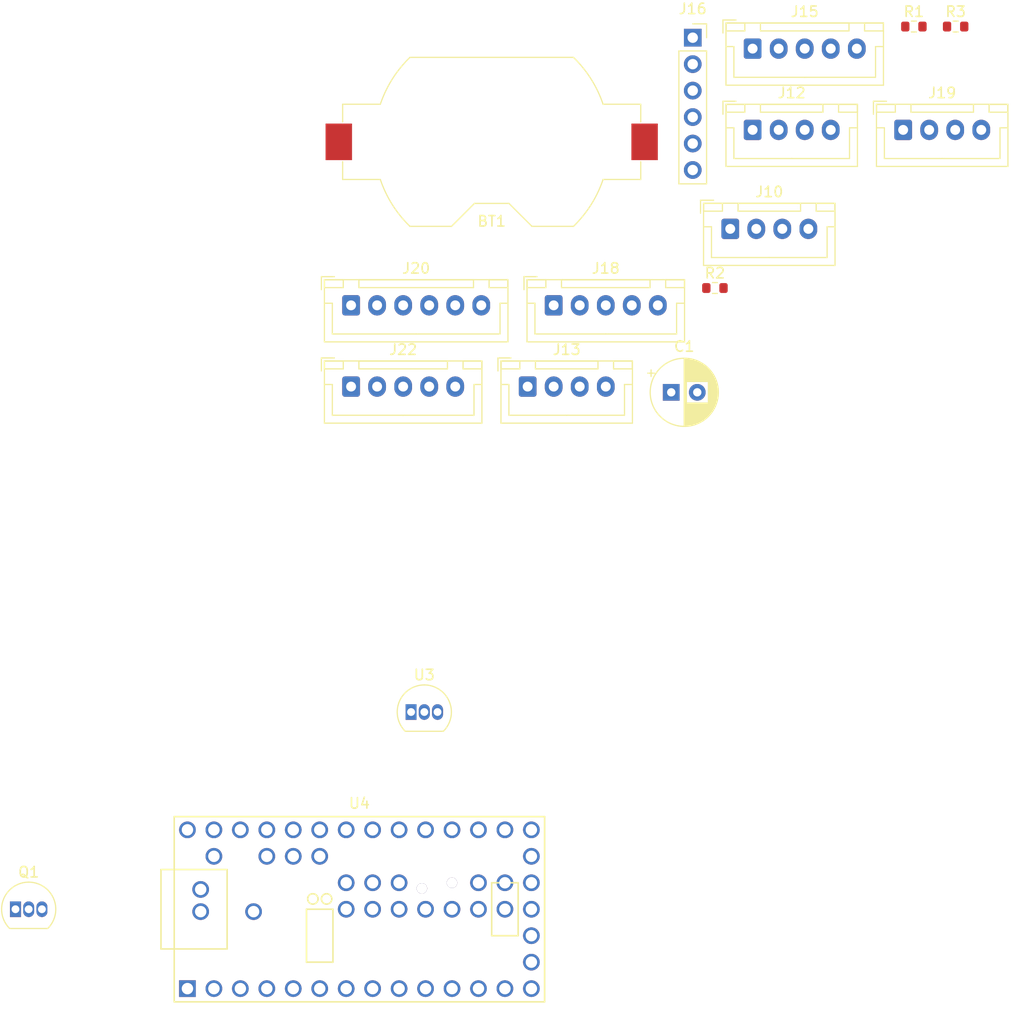
<source format=kicad_pcb>
(kicad_pcb (version 20211014) (generator pcbnew)
  (layers (0 "F.Cu" signal) (31 "B.Cu" signal) (34 "B.Paste" user) (35 "F.Paste" user) (36 "B.SilkS" user "B.Silkscreen") (37 "F.SilkS" user "F.Silkscreen") (38 "B.Mask" user) (39 "F.Mask" user) (44 "Edge.Cuts" user))
  (net 0 "")
  (net 1 "Net-(Q1-Pad1)")
  (net 2 "Net-(Q1-Pad2)")
  (net 3 "GNDD")
  (net 4 "/3V3")
  (net 5 "+5V")
  (net 6 "Net-(U4-Pad17)")
  (net 9 "SCK")
  (net 11 "Net-(U4-Pad15)")
  (net 12 "MISO")
  (net 14 "SD_CS")
  (net 17 "SDA")
  (net 18 "SCL")
  (net 19 "Net-(U4-Pad27)")
  (net 22 "Net-(U4-Pad30)")
  (net 23 "+3V3")
  (net 29 "MOSI")
  (net 30 "Net-(J13-Pad2)")
  (net 31 "Net-(J13-Pad3)")
  (net 32 "Net-(J12-Pad2)")
  (net 33 "Net-(J12-Pad3)")
  (net 35 "Net-(R5-Pad1)")
  (net 36 "Net-(R4-Pad1)")
  (net 37 "Net-(SW2-Pad2)")
  (net 38 "Net-(R1-Pad1)")
  (net 39 "/TX")
  (net 40 "/RX")
  (net 60 "Net-(J15-Pad4)")
  (net 61 "Net-(J15-Pad5)")
  (footprint "Resistor_SMD:R_0603_1608Metric" (layer "F.Cu") (at 138.52 -33.92897)
    (fp_text reference "R3" (at 0 -1.43) (layer "F.SilkS"))
    (fp_text value "4k7")
    (fp_line (start -0.237258 0.5225) (end 0.237258 0.5225) (layer "F.SilkS") (width 0.12))
    (fp_line (start -0.237258 -0.5225) (end 0.237258 -0.5225) (layer "F.SilkS") (width 0.12))
    (pad "1" smd roundrect (at -0.825 0) (size 0.8 0.95) (layers "F.Cu" "F.Paste" "F.Mask") (net 23 "+3V3"))
    (pad "2" smd roundrect (at 0.825 0) (size 0.8 0.95) (layers "F.Cu" "F.Paste" "F.Mask") (net 18 "SCL"))
  )
  (footprint "Connector_JST:JST_XH_B4B-XH-A_1x04_P2.50mm_Vertical" (layer "F.Cu") (at 133.48 -24.00897)
    (fp_text reference "J19" (at 3.75 -3.55) (layer "F.SilkS"))
    (fp_text value "I2C")
    (fp_line (start -0.75 -1.7) (end -0.75 -2.45) (layer "F.SilkS") (width 0.12))
    (fp_line (start 10.05 -2.45) (end 8.25 -2.45) (layer "F.SilkS") (width 0.12))
    (fp_line (start -2.55 -1.7) (end -0.75 -1.7) (layer "F.SilkS") (width 0.12))
    (fp_line (start 0.75 -2.45) (end 0.75 -1.7) (layer "F.SilkS") (width 0.12))
    (fp_line (start 10.05 -0.2) (end 9.3 -0.2) (layer "F.SilkS") (width 0.12))
    (fp_line (start 10.06 3.51) (end 10.06 -2.46) (layer "F.SilkS") (width 0.12))
    (fp_line (start 10.05 -1.7) (end 10.05 -2.45) (layer "F.SilkS") (width 0.12))
    (fp_line (start -2.56 3.51) (end 10.06 3.51) (layer "F.SilkS") (width 0.12))
    (fp_line (start -2.56 -2.46) (end -2.56 3.51) (layer "F.SilkS") (width 0.12))
    (fp_line (start -2.55 -2.45) (end -2.55 -1.7) (layer "F.SilkS") (width 0.12))
    (fp_line (start 10.06 -2.46) (end -2.56 -2.46) (layer "F.SilkS") (width 0.12))
    (fp_line (start 0.75 -1.7) (end 6.75 -1.7) (layer "F.SilkS") (width 0.12))
    (fp_line (start 6.75 -2.45) (end 0.75 -2.45) (layer "F.SilkS") (width 0.12))
    (fp_line (start -0.75 -2.45) (end -2.55 -2.45) (layer "F.SilkS") (width 0.12))
    (fp_line (start 6.75 -1.7) (end 6.75 -2.45) (layer "F.SilkS") (width 0.12))
    (fp_line (start -2.55 -0.2) (end -1.8 -0.2) (layer "F.SilkS") (width 0.12))
    (fp_line (start -2.85 -2.75) (end -2.85 -1.5) (layer "F.SilkS") (width 0.12))
    (fp_line (start -1.8 2.75) (end 3.75 2.75) (layer "F.SilkS") (width 0.12))
    (fp_line (start -1.6 -2.75) (end -2.85 -2.75) (layer "F.SilkS") (width 0.12))
    (fp_line (start 8.25 -1.7) (end 10.05 -1.7) (layer "F.SilkS") (width 0.12))
    (fp_line (start -1.8 -0.2) (end -1.8 2.75) (layer "F.SilkS") (width 0.12))
    (fp_line (start 9.3 2.75) (end 3.75 2.75) (layer "F.SilkS") (width 0.12))
    (fp_line (start 9.3 -0.2) (end 9.3 2.75) (layer "F.SilkS") (width 0.12))
    (fp_line (start 8.25 -2.45) (end 8.25 -1.7) (layer "F.SilkS") (width 0.12))
    (pad "1" thru_hole roundrect (at 0 0) (size 1.7 1.95) (drill 0.95) (layers *.Cu *.Mask) (roundrect_rratio 0.147059) (net 3 "GNDD"))
    (pad "2" thru_hole oval (at 2.5 0) (size 1.7 1.95) (drill 0.95) (layers *.Cu *.Mask) (net 17 "SDA"))
    (pad "3" thru_hole oval (at 5 0) (size 1.7 1.95) (drill 0.95) (layers *.Cu *.Mask) (net 18 "SCL"))
    (pad "4" thru_hole oval (at 7.5 0) (size 1.7 1.95) (drill 0.95) (layers *.Cu *.Mask) (net 23 "+3V3"))
  )
  (footprint "Connector_JST:JST_XH_B4B-XH-A_1x04_P2.50mm_Vertical" (layer "F.Cu") (at 119.03 -24.00897)
    (fp_text reference "J12" (at 3.75 -3.55) (layer "F.SilkS"))
    (fp_text value "Serial3")
    (fp_line (start 10.05 -2.45) (end 8.25 -2.45) (layer "F.SilkS") (width 0.12))
    (fp_line (start 0.75 -2.45) (end 0.75 -1.7) (layer "F.SilkS") (width 0.12))
    (fp_line (start 10.05 -1.7) (end 10.05 -2.45) (layer "F.SilkS") (width 0.12))
    (fp_line (start 10.05 -0.2) (end 9.3 -0.2) (layer "F.SilkS") (width 0.12))
    (fp_line (start 10.06 -2.46) (end -2.56 -2.46) (layer "F.SilkS") (width 0.12))
    (fp_line (start -2.56 -2.46) (end -2.56 3.51) (layer "F.SilkS") (width 0.12))
    (fp_line (start -1.8 2.75) (end 3.75 2.75) (layer "F.SilkS") (width 0.12))
    (fp_line (start -2.55 -2.45) (end -2.55 -1.7) (layer "F.SilkS") (width 0.12))
    (fp_line (start 8.25 -1.7) (end 10.05 -1.7) (layer "F.SilkS") (width 0.12))
    (fp_line (start 6.75 -1.7) (end 6.75 -2.45) (layer "F.SilkS") (width 0.12))
    (fp_line (start 8.25 -2.45) (end 8.25 -1.7) (layer "F.SilkS") (width 0.12))
    (fp_line (start -2.56 3.51) (end 10.06 3.51) (layer "F.SilkS") (width 0.12))
    (fp_line (start -2.55 -1.7) (end -0.75 -1.7) (layer "F.SilkS") (width 0.12))
    (fp_line (start -1.6 -2.75) (end -2.85 -2.75) (layer "F.SilkS") (width 0.12))
    (fp_line (start 6.75 -2.45) (end 0.75 -2.45) (layer "F.SilkS") (width 0.12))
    (fp_line (start 10.06 3.51) (end 10.06 -2.46) (layer "F.SilkS") (width 0.12))
    (fp_line (start -0.75 -1.7) (end -0.75 -2.45) (layer "F.SilkS") (width 0.12))
    (fp_line (start 0.75 -1.7) (end 6.75 -1.7) (layer "F.SilkS") (width 0.12))
    (fp_line (start 9.3 -0.2) (end 9.3 2.75) (layer "F.SilkS") (width 0.12))
    (fp_line (start -0.75 -2.45) (end -2.55 -2.45) (layer "F.SilkS") (width 0.12))
    (fp_line (start -1.8 -0.2) (end -1.8 2.75) (layer "F.SilkS") (width 0.12))
    (fp_line (start -2.85 -2.75) (end -2.85 -1.5) (layer "F.SilkS") (width 0.12))
    (fp_line (start -2.55 -0.2) (end -1.8 -0.2) (layer "F.SilkS") (width 0.12))
    (fp_line (start 9.3 2.75) (end 3.75 2.75) (layer "F.SilkS") (width 0.12))
    (pad "1" thru_hole roundrect (at 0 0) (size 1.7 1.95) (drill 0.95) (layers *.Cu *.Mask) (roundrect_rratio 0.147059) (net 3 "GNDD"))
    (pad "2" thru_hole oval (at 2.5 0) (size 1.7 1.95) (drill 0.95) (layers *.Cu *.Mask) (net 32 "Net-(J12-Pad2)"))
    (pad "3" thru_hole oval (at 5 0) (size 1.7 1.95) (drill 0.95) (layers *.Cu *.Mask) (net 33 "Net-(J12-Pad3)"))
    (pad "4" thru_hole oval (at 7.5 0) (size 1.7 1.95) (drill 0.95) (layers *.Cu *.Mask))
  )
  (footprint "Package_TO_SOT_THT:TO-92_Inline" (layer "F.Cu") (at 48.26 50.8)
    (fp_text reference "Q1" (at 1.27 -3.56) (layer "F.SilkS"))
    (fp_text value "BC337")
    (fp_line (start -0.53 1.85) (end 3.07 1.85) (layer "F.SilkS") (width 0.12))
    (fp_arc (start 1.27 -2.6) (mid 3.672087 -0.994977) (end 3.108478 1.838478) (layer "F.SilkS") (width 0.12))
    (fp_arc (start -0.568478 1.838478) (mid -1.132087 -0.994977) (end 1.27 -2.6) (layer "F.SilkS") (width 0.12))
    (pad "1" thru_hole rect (at 0 0) (size 1.05 1.5) (drill 0.75) (layers *.Cu *.Mask) (net 1 "Net-(Q1-Pad1)"))
    (pad "2" thru_hole oval (at 1.27 0) (size 1.05 1.5) (drill 0.75) (layers *.Cu *.Mask) (net 2 "Net-(Q1-Pad2)"))
    (pad "3" thru_hole oval (at 2.54 0) (size 1.05 1.5) (drill 0.75) (layers *.Cu *.Mask) (net 3 "GNDD"))
  )
  (footprint "Connector_JST:JST_XH_B5B-XH-A_1x05_P2.50mm_Vertical" (layer "F.Cu") (at 99.93 -7.16897)
    (fp_text reference "J18" (at 5 -3.55) (layer "F.SilkS"))
    (fp_text value "Power")
    (fp_line (start 12.55 -1.7) (end 12.55 -2.45) (layer "F.SilkS") (width 0.12))
    (fp_line (start 12.56 3.51) (end 12.56 -2.46) (layer "F.SilkS") (width 0.12))
    (fp_line (start -0.75 -2.45) (end -2.55 -2.45) (layer "F.SilkS") (width 0.12))
    (fp_line (start -2.56 -2.46) (end -2.56 3.51) (layer "F.SilkS") (width 0.12))
    (fp_line (start 11.8 2.75) (end 5 2.75) (layer "F.SilkS") (width 0.12))
    (fp_line (start -0.75 -1.7) (end -0.75 -2.45) (layer "F.SilkS") (width 0.12))
    (fp_line (start -1.6 -2.75) (end -2.85 -2.75) (layer "F.SilkS") (width 0.12))
    (fp_line (start -1.8 -0.2) (end -1.8 2.75) (layer "F.SilkS") (width 0.12))
    (fp_line (start -2.56 3.51) (end 12.56 3.51) (layer "F.SilkS") (width 0.12))
    (fp_line (start 12.55 -2.45) (end 10.75 -2.45) (layer "F.SilkS") (width 0.12))
    (fp_line (start 10.75 -2.45) (end 10.75 -1.7) (layer "F.SilkS") (width 0.12))
    (fp_line (start -2.55 -2.45) (end -2.55 -1.7) (layer "F.SilkS") (width 0.12))
    (fp_line (start 10.75 -1.7) (end 12.55 -1.7) (layer "F.SilkS") (width 0.12))
    (fp_line (start -2.85 -2.75) (end -2.85 -1.5) (layer "F.SilkS") (width 0.12))
    (fp_line (start 0.75 -1.7) (end 9.25 -1.7) (layer "F.SilkS") (width 0.12))
    (fp_line (start 12.56 -2.46) (end -2.56 -2.46) (layer "F.SilkS") (width 0.12))
    (fp_line (start 0.75 -2.45) (end 0.75 -1.7) (layer "F.SilkS") (width 0.12))
    (fp_line (start 11.8 -0.2) (end 11.8 2.75) (layer "F.SilkS") (width 0.12))
    (fp_line (start 12.55 -0.2) (end 11.8 -0.2) (layer "F.SilkS") (width 0.12))
    (fp_line (start -1.8 2.75) (end 5 2.75) (layer "F.SilkS") (width 0.12))
    (fp_line (start -2.55 -1.7) (end -0.75 -1.7) (layer "F.SilkS") (width 0.12))
    (fp_line (start -2.55 -0.2) (end -1.8 -0.2) (layer "F.SilkS") (width 0.12))
    (fp_line (start 9.25 -1.7) (end 9.25 -2.45) (layer "F.SilkS") (width 0.12))
    (fp_line (start 9.25 -2.45) (end 0.75 -2.45) (layer "F.SilkS") (width 0.12))
    (pad "1" thru_hole roundrect (at 0 0) (size 1.7 1.95) (drill 0.95) (layers *.Cu *.Mask) (roundrect_rratio 0.147059) (net 3 "GNDD"))
    (pad "2" thru_hole oval (at 2.5 0) (size 1.7 1.95) (drill 0.95) (layers *.Cu *.Mask) (net 5 "+5V"))
    (pad "3" thru_hole oval (at 5 0) (size 1.7 1.95) (drill 0.95) (layers *.Cu *.Mask) (net 19 "Net-(U4-Pad27)"))
    (pad "4" thru_hole oval (at 7.5 0) (size 1.7 1.95) (drill 0.95) (layers *.Cu *.Mask) (net 61 "Net-(J15-Pad5)"))
    (pad "5" thru_hole oval (at 10 0) (size 1.7 1.95) (drill 0.95) (layers *.Cu *.Mask) (net 60 "Net-(J15-Pad4)"))
  )
  (footprint "Resistor_SMD:R_0603_1608Metric" (layer "F.Cu") (at 115.41 -8.82897)
    (fp_text reference "R2" (at 0 -1.43) (layer "F.SilkS"))
    (fp_text value "4k7")
    (fp_line (start -0.237258 -0.5225) (end 0.237258 -0.5225) (layer "F.SilkS") (width 0.12))
    (fp_line (start -0.237258 0.5225) (end 0.237258 0.5225) (layer "F.SilkS") (width 0.12))
    (pad "1" smd roundrect (at -0.825 0) (size 0.8 0.95) (layers "F.Cu" "F.Paste" "F.Mask") (net 23 "+3V3"))
    (pad "2" smd roundrect (at 0.825 0) (size 0.8 0.95) (layers "F.Cu" "F.Paste" "F.Mask") (net 17 "SDA"))
  )
  (footprint "Connector_JST:JST_XH_B4B-XH-A_1x04_P2.50mm_Vertical" (layer "F.Cu") (at 97.43 0.63103)
    (fp_text reference "J13" (at 3.75 -3.55) (layer "F.SilkS"))
    (fp_text value "Serial2")
    (fp_line (start -0.75 -1.7) (end -0.75 -2.45) (layer "F.SilkS") (width 0.12))
    (fp_line (start -2.55 -1.7) (end -0.75 -1.7) (layer "F.SilkS") (width 0.12))
    (fp_line (start 8.25 -2.45) (end 8.25 -1.7) (layer "F.SilkS") (width 0.12))
    (fp_line (start -2.85 -2.75) (end -2.85 -1.5) (layer "F.SilkS") (width 0.12))
    (fp_line (start -1.6 -2.75) (end -2.85 -2.75) (layer "F.SilkS") (width 0.12))
    (fp_line (start 10.06 -2.46) (end -2.56 -2.46) (layer "F.SilkS") (width 0.12))
    (fp_line (start 0.75 -1.7) (end 6.75 -1.7) (layer "F.SilkS") (width 0.12))
    (fp_line (start -2.55 -2.45) (end -2.55 -1.7) (layer "F.SilkS") (width 0.12))
    (fp_line (start -2.56 -2.46) (end -2.56 3.51) (layer "F.SilkS") (width 0.12))
    (fp_line (start 10.05 -2.45) (end 8.25 -2.45) (layer "F.SilkS") (width 0.12))
    (fp_line (start 10.05 -0.2) (end 9.3 -0.2) (layer "F.SilkS") (width 0.12))
    (fp_line (start 8.25 -1.7) (end 10.05 -1.7) (layer "F.SilkS") (width 0.12))
    (fp_line (start 6.75 -2.45) (end 0.75 -2.45) (layer "F.SilkS") (width 0.12))
    (fp_line (start 10.05 -1.7) (end 10.05 -2.45) (layer "F.SilkS") (width 0.12))
    (fp_line (start -0.75 -2.45) (end -2.55 -2.45) (layer "F.SilkS") (width 0.12))
    (fp_line (start 9.3 -0.2) (end 9.3 2.75) (layer "F.SilkS") (width 0.12))
    (fp_line (start 0.75 -2.45) (end 0.75 -1.7) (layer "F.SilkS") (width 0.12))
    (fp_line (start -1.8 -0.2) (end -1.8 2.75) (layer "F.SilkS") (width 0.12))
    (fp_line (start 9.3 2.75) (end 3.75 2.75) (layer "F.SilkS") (width 0.12))
    (fp_line (start -2.55 -0.2) (end -1.8 -0.2) (layer "F.SilkS") (width 0.12))
    (fp_line (start 6.75 -1.7) (end 6.75 -2.45) (layer "F.SilkS") (width 0.12))
    (fp_line (start -2.56 3.51) (end 10.06 3.51) (layer "F.SilkS") (width 0.12))
    (fp_line (start -1.8 2.75) (end 3.75 2.75) (layer "F.SilkS") (width 0.12))
    (fp_line (start 10.06 3.51) (end 10.06 -2.46) (layer "F.SilkS") (width 0.12))
    (pad "1" thru_hole roundrect (at 0 0) (size 1.7 1.95) (drill 0.95) (layers *.Cu *.Mask) (roundrect_rratio 0.147059) (net 3 "GNDD"))
    (pad "2" thru_hole oval (at 2.5 0) (size 1.7 1.95) (drill 0.95) (layers *.Cu *.Mask) (net 30 "Net-(J13-Pad2)"))
    (pad "3" thru_hole oval (at 5 0) (size 1.7 1.95) (drill 0.95) (layers *.Cu *.Mask) (net 31 "Net-(J13-Pad3)"))
    (pad "4" thru_hole oval (at 7.5 0) (size 1.7 1.95) (drill 0.95) (layers *.Cu *.Mask))
  )
  (footprint "Connector_JST:JST_XH_B5B-XH-A_1x05_P2.50mm_Vertical" (layer "F.Cu") (at 119.03 -31.80897)
    (fp_text reference "J15" (at 5 -3.55) (layer "F.SilkS"))
    (fp_text value "Startbutton")
    (fp_line (start 12.55 -0.2) (end 11.8 -0.2) (layer "F.SilkS") (width 0.12))
    (fp_line (start -0.75 -1.7) (end -0.75 -2.45) (layer "F.SilkS") (width 0.12))
    (fp_line (start 9.25 -2.45) (end 0.75 -2.45) (layer "F.SilkS") (width 0.12))
    (fp_line (start -2.55 -1.7) (end -0.75 -1.7) (layer "F.SilkS") (width 0.12))
    (fp_line (start 11.8 2.75) (end 5 2.75) (layer "F.SilkS") (width 0.12))
    (fp_line (start 9.25 -1.7) (end 9.25 -2.45) (layer "F.SilkS") (width 0.12))
    (fp_line (start 12.55 -1.7) (end 12.55 -2.45) (layer "F.SilkS") (width 0.12))
    (fp_line (start -1.8 -0.2) (end -1.8 2.75) (layer "F.SilkS") (width 0.12))
    (fp_line (start -2.56 -2.46) (end -2.56 3.51) (layer "F.SilkS") (width 0.12))
    (fp_line (start -2.56 3.51) (end 12.56 3.51) (layer "F.SilkS") (width 0.12))
    (fp_line (start 12.56 -2.46) (end -2.56 -2.46) (layer "F.SilkS") (width 0.12))
    (fp_line (start -1.6 -2.75) (end -2.85 -2.75) (layer "F.SilkS") (width 0.12))
    (fp_line (start 0.75 -2.45) (end 0.75 -1.7) (layer "F.SilkS") (width 0.12))
    (fp_line (start -1.8 2.75) (end 5 2.75) (layer "F.SilkS") (width 0.12))
    (fp_line (start -2.85 -2.75) (end -2.85 -1.5) (layer "F.SilkS") (width 0.12))
    (fp_line (start -2.55 -0.2) (end -1.8 -0.2) (layer "F.SilkS") (width 0.12))
    (fp_line (start 10.75 -2.45) (end 10.75 -1.7) (layer "F.SilkS") (width 0.12))
    (fp_line (start 0.75 -1.7) (end 9.25 -1.7) (layer "F.SilkS") (width 0.12))
    (fp_line (start 11.8 -0.2) (end 11.8 2.75) (layer "F.SilkS") (width 0.12))
    (fp_line (start -2.55 -2.45) (end -2.55 -1.7) (layer "F.SilkS") (width 0.12))
    (fp_line (start 12.55 -2.45) (end 10.75 -2.45) (layer "F.SilkS") (width 0.12))
    (fp_line (start -0.75 -2.45) (end -2.55 -2.45) (layer "F.SilkS") (width 0.12))
    (fp_line (start 12.56 3.51) (end 12.56 -2.46) (layer "F.SilkS") (width 0.12))
    (fp_line (start 10.75 -1.7) (end 12.55 -1.7) (layer "F.SilkS") (width 0.12))
    (pad "1" thru_hole roundrect (at 0 0) (size 1.7 1.95) (drill 0.95) (layers *.Cu *.Mask) (roundrect_rratio 0.147059) (net 1 "Net-(Q1-Pad1)"))
    (pad "2" thru_hole oval (at 2.5 0) (size 1.7 1.95) (drill 0.95) (layers *.Cu *.Mask) (net 5 "+5V"))
    (pad "3" thru_hole oval (at 5 0) (size 1.7 1.95) (drill 0.95) (layers *.Cu *.Mask) (net 22 "Net-(U4-Pad30)"))
    (pad "4" thru_hole oval (at 7.5 0) (size 1.7 1.95) (drill 0.95) (layers *.Cu *.Mask) (net 60 "Net-(J15-Pad4)"))
    (pad "5" thru_hole oval (at 10 0) (size 1.7 1.95) (drill 0.95) (layers *.Cu *.Mask) (net 61 "Net-(J15-Pad5)"))
  )
  (footprint "Connector_JST:JST_XH_B4B-XH-A_1x04_P2.50mm_Vertical" (layer "F.Cu") (at 116.88 -14.50897)
    (fp_text reference "J10" (at 3.75 -3.55) (layer "F.SilkS"))
    (fp_text value "Steering Wheel I2C")
    (fp_line (start -0.75 -1.7) (end -0.75 -2.45) (layer "F.SilkS") (width 0.12))
    (fp_line (start 10.05 -0.2) (end 9.3 -0.2) (layer "F.SilkS") (width 0.12))
    (fp_line (start -0.75 -2.45) (end -2.55 -2.45) (layer "F.SilkS") (width 0.12))
    (fp_line (start 0.75 -2.45) (end 0.75 -1.7) (layer "F.SilkS") (width 0.12))
    (fp_line (start 10.06 3.51) (end 10.06 -2.46) (layer "F.SilkS") (width 0.12))
    (fp_line (start 8.25 -1.7) (end 10.05 -1.7) (layer "F.SilkS") (width 0.12))
    (fp_line (start -2.55 -0.2) (end -1.8 -0.2) (layer "F.SilkS") (width 0.12))
    (fp_line (start -2.56 -2.46) (end -2.56 3.51) (layer "F.SilkS") (width 0.12))
    (fp_line (start -2.56 3.51) (end 10.06 3.51) (layer "F.SilkS") (width 0.12))
    (fp_line (start 6.75 -1.7) (end 6.75 -2.45) (layer "F.SilkS") (width 0.12))
    (fp_line (start 10.05 -2.45) (end 8.25 -2.45) (layer "F.SilkS") (width 0.12))
    (fp_line (start 10.06 -2.46) (end -2.56 -2.46) (layer "F.SilkS") (width 0.12))
    (fp_line (start -2.55 -1.7) (end -0.75 -1.7) (layer "F.SilkS") (width 0.12))
    (fp_line (start 9.3 2.75) (end 3.75 2.75) (layer "F.SilkS") (width 0.12))
    (fp_line (start -1.8 -0.2) (end -1.8 2.75) (layer "F.SilkS") (width 0.12))
    (fp_line (start -2.55 -2.45) (end -2.55 -1.7) (layer "F.SilkS") (width 0.12))
    (fp_line (start 10.05 -1.7) (end 10.05 -2.45) (layer "F.SilkS") (width 0.12))
    (fp_line (start 6.75 -2.45) (end 0.75 -2.45) (layer "F.SilkS") (width 0.12))
    (fp_line (start -2.85 -2.75) (end -2.85 -1.5) (layer "F.SilkS") (width 0.12))
    (fp_line (start 9.3 -0.2) (end 9.3 2.75) (layer "F.SilkS") (width 0.12))
    (fp_line (start -1.6 -2.75) (end -2.85 -2.75) (layer "F.SilkS") (width 0.12))
    (fp_line (start -1.8 2.75) (end 3.75 2.75) (layer "F.SilkS") (width 0.12))
    (fp_line (start 8.25 -2.45) (end 8.25 -1.7) (layer "F.SilkS") (width 0.12))
    (fp_line (start 0.75 -1.7) (end 6.75 -1.7) (layer "F.SilkS") (width 0.12))
    (pad "1" thru_hole roundrect (at 0 0) (size 1.7 1.95) (drill 0.95) (layers *.Cu *.Mask) (roundrect_rratio 0.147059) (net 3 "GNDD"))
    (pad "2" thru_hole oval (at 2.5 0) (size 1.7 1.95) (drill 0.95) (layers *.Cu *.Mask) (net 17 "SDA"))
    (pad "3" thru_hole oval (at 5 0) (size 1.7 1.95) (drill 0.95) (layers *.Cu *.Mask) (net 18 "SCL"))
    (pad "4" thru_hole oval (at 7.5 0) (size 1.7 1.95) (drill 0.95) (layers *.Cu *.Mask) (net 23 "+3V3"))
  )
  (footprint "Battery:BatteryHolder_Keystone_1058_1x2032" (layer "F.Cu") (at 93.98 -22.86)
    (fp_text reference "BT1" (at 0 7.62) (layer "F.SilkS"))
    (fp_text value "3V")
    (fp_line (start -10.692 3.61) (end -14.31 3.61) (layer "F.SilkS") (width 0.12))
    (fp_line (start -14.31 1.9) (end -14.31 3.61) (layer "F.SilkS") (width 0.12))
    (fp_line (start -7.8473 -8.11) (end 7.8473 -8.11) (layer "F.SilkS") (width 0.12))
    (fp_line (start -1.66 5.91) (end -3.86 8.11) (layer "F.SilkS") (width 0.12))
    (fp_line (start 14.31 -1.9) (end 14.31 -3.61) (layer "F.SilkS") (width 0.12))
    (fp_line (start -3.86 8.11) (end -7.8473 8.11) (layer "F.SilkS") (width 0.12))
    (fp_line (start 7.8473 8.11) (end 3.86 8.11) (layer "F.SilkS") (width 0.12))
    (fp_line (start 14.31 1.9) (end 14.31 3.61) (layer "F.SilkS") (width 0.12))
    (fp_line (start 1.66 5.91) (end -1.66 5.91) (layer "F.SilkS") (width 0.12))
    (fp_line (start 10.692 -3.61) (end 14.31 -3.61) (layer "F.SilkS") (width 0.12))
    (fp_line (start 14.31 3.61) (end 10.692 3.61) (layer "F.SilkS") (width 0.12))
    (fp_line (start -14.31 -1.9) (end -14.31 -3.61) (layer "F.SilkS") (width 0.12))
    (fp_line (start 1.66 5.91) (end 3.86 8.11) (layer "F.SilkS") (width 0.12))
    (fp_line (start -14.31 -3.61) (end -10.692 -3.61) (layer "F.SilkS") (width 0.12))
    (fp_arc (start -10.692 -3.61) (mid -9.538084 -6.031244) (end -7.845371 -8.111789) (layer "F.SilkS") (width 0.12))
    (fp_arc (start -7.845371 8.111789) (mid -9.538085 6.031244) (end -10.692 3.61) (layer "F.SilkS") (width 0.12))
    (fp_arc (start 7.845371 -8.111789) (mid 9.538085 -6.031244) (end 10.692 -3.61) (layer "F.SilkS") (width 0.12))
    (fp_arc (start 10.692 3.61) (mid 9.538084 6.031244) (end 7.845371 8.111789) (layer "F.SilkS") (width 0.12))
    (pad "1" smd rect (at -14.68 0) (size 2.54 3.51) (layers "F.Cu" "F.Paste" "F.Mask") (net 11 "Net-(U4-Pad15)"))
    (pad "2" smd rect (at 14.68 0) (size 2.54 3.51) (layers "F.Cu" "F.Paste" "F.Mask") (net 6 "Net-(U4-Pad17)"))
  )
  (footprint "teensy:Teensy30_31_32_All_Pins" (layer "F.Cu") (at 81.28 50.8)
    (fp_text reference "U4" (at 0 -10.16) (layer "F.SilkS"))
    (fp_text value "Teensy3.2")
    (fp_line (start 12.7 2.54) (end 12.7 -2.54) (layer "F.SilkS") (width 0.15))
    (fp_line (start -5.08 5.08) (end -5.08 0) (layer "F.SilkS") (width 0.15))
    (fp_line (start -12.7 3.81) (end -12.7 -3.81) (layer "F.SilkS") (width 0.15))
    (fp_line (start -19.05 -3.81) (end -17.78 -3.81) (layer "F.SilkS") (width 0.15))
    (fp_line (start -19.05 3.81) (end -19.05 -3.81) (layer "F.SilkS") (width 0.15))
    (fp_line (start -17.78 3.81) (end -19.05 3.81) (layer "F.SilkS") (width 0.15))
    (fp_line (start -5.08 0) (end -2.54 0) (layer "F.SilkS") (width 0.15))
    (fp_line (start -12.7 -3.81) (end -17.78 -3.81) (layer "F.SilkS") (width 0.15))
    (fp_line (start -17.78 -8.89) (end 17.78 -8.89) (layer "F.SilkS") (width 0.15))
    (fp_line (start -17.78 8.89) (end -17.78 -8.89) (layer "F.SilkS") (width 0.15))
    (fp_line (start -2.54 5.08) (end -5.08 5.08) (layer "F.SilkS") (width 0.15))
    (fp_line (start 15.24 2.54) (end 12.7 2.54) (layer "F.SilkS") (width 0.15))
    (fp_line (start -12.7 3.81) (end -17.78 3.81) (layer "F.SilkS") (width 0.15))
    (fp_line (start 12.7 -2.54) (end 15.24 -2.54) (layer "F.SilkS") (width 0.15))
    (fp_line (start 17.78 -8.89) (end 17.78 8.89) (layer "F.SilkS") (width 0.15))
    (fp_line (start -2.54 0) (end -2.54 5.08) (layer "F.SilkS") (width 0.15))
    (fp_line (start 17.78 8.89) (end -17.78 8.89) (layer "F.SilkS") (width 0.15))
    (fp_line (start 15.24 -2.54) (end 15.24 2.54) (layer "F.SilkS") (width 0.15))
    (fp_circle (center -3.15 -0.99) (end -2.65 -0.99) (layer "F.SilkS") (width 0.15) (fill none))
    (fp_circle (center -4.47 -0.99) (end -3.97 -0.99) (layer "F.SilkS") (width 0.15) (fill none))
    (pad "1" thru_hole rect locked (at -16.51 7.62) (size 1.6 1.6) (drill 1.1) (layers *.Cu *.Mask) (net 3 "GNDD"))
    (pad "2" thru_hole circle locked (at -13.97 7.62) (size 1.6 1.6) (drill 1.1) (layers *.Cu *.Mask) (net 40 "/RX"))
    (pad "3" thru_hole circle locked (at -11.43 7.62) (size 1.6 1.6) (drill 1.1) (layers *.Cu *.Mask) (net 39 "/TX"))
    (pad "4" thru_hole circle locked (at -8.89 7.62) (size 1.6 1.6) (drill 1.1) (layers *.Cu *.Mask) (net 38 "Net-(R1-Pad1)"))
    (pad "5" thru_hole circle locked (at -6.35 7.62) (size 1.6 1.6) (drill 1.1) (layers *.Cu *.Mask) (net 37 "Net-(SW2-Pad2)"))
    (pad "6" thru_hole circle locked (at -3.81 7.62) (size 1.6 1.6) (drill 1.1) (layers *.Cu *.Mask) (net 36 "Net-(R4-Pad1)"))
    (pad "7" thru_hole circle locked (at -1.27 7.62) (size 1.6 1.6) (drill 1.1) (layers *.Cu *.Mask) (net 35 "Net-(R5-Pad1)"))
    (pad "8" thru_hole circle locked (at 1.27 7.62) (size 1.6 1.6) (drill 1.1) (layers *.Cu *.Mask))
    (pad "9" thru_hole circle locked (at 3.81 7.62) (size 1.6 1.6) (drill 1.1) (layers *.Cu *.Mask) (net 33 "Net-(J12-Pad3)"))
    (pad "10" thru_hole circle locked (at 6.35 7.62) (size 1.6 1.6) (drill 1.1) (layers *.Cu *.Mask) (net 32 "Net-(J12-Pad2)"))
    (pad "11" thru_hole circle locked (at 8.89 7.62) (size 1.6 1.6) (drill 1.1) (layers *.Cu *.Mask) (net 31 "Net-(J13-Pad3)"))
    (pad "12" thru_hole circle locked (at 11.43 7.62) (size 1.6 1.6) (drill 1.1) (layers *.Cu *.Mask) (net 30 "Net-(J13-Pad2)"))
    (pad "13" thru_hole circle locked (at 13.97 7.62) (size 1.6 1.6) (drill 1.1) (layers *.Cu *.Mask) (net 29 "MOSI"))
    (pad "14" thru_hole circle locked (at 16.51 7.62) (size 1.6 1.6) (drill 1.1) (layers *.Cu *.Mask) (net 12 "MISO"))
    (pad "15" thru_hole circle locked (at 16.51 5.08) (size 1.6 1.6) (drill 1.1) (layers *.Cu *.Mask) (net 11 "Net-(U4-Pad15)"))
    (pad "16" thru_hole circle locked (at 16.51 2.54) (size 1.6 1.6) (drill 1.1) (layers *.Cu *.Mask))
    (pad "17" thru_hole circle locked (at 16.51 0) (size 1.6 1.6) (drill 1.1) (layers *.Cu *.Mask) (net 6 "Net-(U4-Pad17)"))
    (pad "18" thru_hole circle locked (at 16.51 -2.54) (size 1.6 1.6) (drill 1.1) (layers *.Cu *.Mask))
    (pad "19" thru_hole circle locked (at 16.51 -5.08) (size 1.6 1.6) (drill 1.1) (layers *.Cu *.Mask))
    (pad "20" thru_hole circle locked (at 16.51 -7.62) (size 1.6 1.6) (drill 1.1) (layers *.Cu *.Mask) (net 9 "SCK"))
    (pad "21" thru_hole circle locked (at 13.97 -7.62) (size 1.6 1.6) (drill 1.1) (layers *.Cu *.Mask))
    (pad "22" thru_hole circle locked (at 11.43 -7.62) (size 1.6 1.6) (drill 1.1) (layers *.Cu *.Mask) (net 14 "SD_CS"))
    (pad "23" thru_hole circle locked (at 8.89 -7.62) (size 1.6 1.6) (drill 1.1) (layers *.Cu *.Mask))
    (pad "24" thru_hole circle locked (at 6.35 -7.62) (size 1.6 1.6) (drill 1.1) (layers *.Cu *.Mask))
    (pad "25" thru_hole circle locked (at 3.81 -7.62) (size 1.6 1.6) (drill 1.1) (layers *.Cu *.Mask) (net 17 "SDA"))
    (pad "26" thru_hole circle locked (at 1.27 -7.62) (size 1.6 1.6) (drill 1.1) (layers *.Cu *.Mask) (net 18 "SCL"))
    (pad "27" thru_hole circle locked (at -1.27 -7.62) (size 1.6 1.6) (drill 1.1) (layers *.Cu *.Mask) (net 19 "Net-(U4-Pad27)"))
    (pad "28" thru_hole circle locked (at -3.81 -7.62) (size 1.6 1.6) (drill 1.1) (layers *.Cu *.Mask))
    (pad "29" thru_hole circle locked (at -6.35 -7.62) (size 1.6 1.6) (drill 1.1) (layers *.Cu *.Mask))
    (pad "30" thru_hole circle locked (at -8.89 -7.62) (size 1.6 1.6) (drill 1.1) (layers *.Cu *.Mask) (net 22 "Net-(U4-Pad30)"))
    (pad "31" thru_hole circle locked (at -11.43 -7.62) (size 1.6 1.6) (drill 1.1) (layers *.Cu *.Mask) (net 23 "+3V3"))
    (pad "32" thru_hole circle locked (at -13.97 -7.62) (size 1.6 1.6) (drill 1.1) (layers *.Cu *.Mask))
    (pad "33" thru_hole circle locked (at -16.51 -7.62) (size 1.6 1.6) (drill 1.1) (layers *.Cu *.Mask) (net 5 "+5V"))
    (pad "34" thru_hole circle locked (at -13.97 -5.08) (size 1.6 1.6) (drill 1.1) (layers *.Cu *.Mask))
    (pad "35" thru_hole circle locked (at -8.89 -5.08) (size 1.6 1.6) (drill 1.1) (layers *.Cu *.Mask))
    (pad "36" thru_hole circle locked (at -6.35 -5.08) (size 1.6 1.6) (drill 1.1) (layers *.Cu *.Mask))
    (pad "37" thru_hole circle locked (at -3.81 -5.08) (size 1.6 1.6) (drill 1.1) (layers *.Cu *.Mask))
    (pad "38" thru_hole circle locked (at -10.16 0.23) (size 1.6 1.6) (drill 1.1) (layers *.Cu *.Mask))
    (pad "39" thru_hole circle locked (at -15.24 0.23) (size 1.6 1.6) (drill 1.1) (layers *.Cu *.Mask))
    (pad "40" thru_hole circle locked (at -15.24 -1.9) (size 1.6 1.6) (drill 1.1) (layers *.Cu *.Mask))
    (pad "41" thru_hole circle locked (at -1.27 -2.54) (size 1.6 1.6) (drill 1.1) (layers *.Cu *.Mask))
    (pad "42" thru_hole circle locked (at 1.27 -2.54) (size 1.6 1.6) (drill 1.1) (layers *.Cu *.Mask))
    (pad "43" thru_hole circle locked (at 3.81 -2.54) (size 1.6 1.6) (drill 1.1) (layers *.Cu *.Mask))
    (pad "44" thru_hole circle locked (at 6 -2 90) (size 1 1) (drill 1) (layers *.Cu *.Mask))
    (pad "45" thru_hole circle locked (at 8.89 -2.54) (size 1 1) (drill 1) (layers *.Cu *.Mask))
    (pad "46" thru_hole circle locked (at 11.43 -2.54) (size 1.6 1.6) (drill 1.1) (layers *.Cu *.Mask))
    (pad "47" thru_hole circle locked (at 13.97 -2.54) (size 1.6 1.6) (drill 1.1) (layers *.Cu *.Mask))
    (pad "48" thru_hole circle locked (at 13.97 0) (size 1.6 1.6) (drill 1.1) (layers *.Cu *.Mask))
    (pad "49" thru_hole circle locked (at 11.43 0) (size 1.6 1.6) (drill 1.1) (layers *.Cu *.Mask))
    (pad "50" thru_hole circle locked (at 8.89 0) (size 1.6 1.6) (drill 1.1) (layers *.Cu *.Mask))
    (pad "51" thru_hole circle locked (at 6.35 0) (size 1.6 1.6) (drill 1.1) (layers *.Cu *.Mask))
    (pad "52" thru_hole circle locked (at 3.81 0) (size 1.6 1.6) (drill 1.1) (layers *.Cu *.Mask))
    (pad "53" thru_hole circle locked (at 1.27 0) (size 1.6 1.6) (drill 1.1) (layers *.Cu *.Mask))
    (pad "54" thru_hole circle locked (at -1.27 0) (size 1.6 1.6) (drill 1.1) (layers *.Cu *.Mask))
  )
  (footprint "Connector_JST:JST_XH_B5B-XH-A_1x05_P2.50mm_Vertical" (layer "F.Cu") (at 80.48 0.63103)
    (fp_text reference "J22" (at 5 -3.55) (layer "F.SilkS"))
    (fp_text value "Modebutton")
    (fp_line (start 12.55 -0.2) (end 11.8 -0.2) (layer "F.SilkS") (width 0.12))
    (fp_line (start 9.25 -1.7) (end 9.25 -2.45) (layer "F.SilkS") (width 0.12))
    (fp_line (start -2.55 -0.2) (end -1.8 -0.2) (layer "F.SilkS") (width 0.12))
    (fp_line (start 11.8 -0.2) (end 11.8 2.75) (layer "F.SilkS") (width 0.12))
    (fp_line (start 10.75 -2.45) (end 10.75 -1.7) (layer "F.SilkS") (width 0.12))
    (fp_line (start -0.75 -1.7) (end -0.75 -2.45) (layer "F.SilkS") (width 0.12))
    (fp_line (start -2.85 -2.75) (end -2.85 -1.5) (layer "F.SilkS") (width 0.12))
    (fp_line (start -1.8 2.75) (end 5 2.75) (layer "F.SilkS") (width 0.12))
    (fp_line (start 0.75 -2.45) (end 0.75 -1.7) (layer "F.SilkS") (width 0.12))
    (fp_line (start 0.75 -1.7) (end 9.25 -1.7) (layer "F.SilkS") (width 0.12))
    (fp_line (start -2.56 3.51) (end 12.56 3.51) (layer "F.SilkS") (width 0.12))
    (fp_line (start -0.75 -2.45) (end -2.55 -2.45) (layer "F.SilkS") (width 0.12))
    (fp_line (start -2.56 -2.46) (end -2.56 3.51) (layer "F.SilkS") (width 0.12))
    (fp_line (start 12.56 -2.46) (end -2.56 -2.46) (layer "F.SilkS") (width 0.12))
    (fp_line (start -1.6 -2.75) (end -2.85 -2.75) (layer "F.SilkS") (width 0.12))
    (fp_line (start 11.8 2.75) (end 5 2.75) (layer "F.SilkS") (width 0.12))
    (fp_line (start 10.75 -1.7) (end 12.55 -1.7) (layer "F.SilkS") (width 0.12))
    (fp_line (start 12.55 -1.7) (end 12.55 -2.45) (layer "F.SilkS") (width 0.12))
    (fp_line (start 12.55 -2.45) (end 10.75 -2.45) (layer "F.SilkS") (width 0.12))
    (fp_line (start 12.56 3.51) (end 12.56 -2.46) (layer "F.SilkS") (width 0.12))
    (fp_line (start -1.8 -0.2) (end -1.8 2.75) (layer "F.SilkS") (width 0.12))
    (fp_line (start -2.55 -1.7) (end -0.75 -1.7) (layer "F.SilkS") (width 0.12))
    (fp_line (start 9.25 -2.45) (end 0.75 -2.45) (layer "F.SilkS") (width 0.12))
    (fp_line (start -2.55 -2.45) (end -2.55 -1.7) (layer "F.SilkS") (width 0.12))
    (pad "1" thru_hole roundrect (at 0 0) (size 1.7 1.95) (drill 0.95) (layers *.Cu *.Mask) (roundrect_rratio 0.147059) (net 3 "GNDD"))
    (pad "2" thru_hole oval (at 2.5 0) (size 1.7 1.95) (drill 0.95) (layers *.Cu *.Mask) (net 23 "+3V3"))
    (pad "3" thru_hole oval (at 5 0) (size 1.7 1.95) (drill 0.95) (layers *.Cu *.Mask) (net 37 "Net-(SW2-Pad2)"))
    (pad "4" thru_hole oval (at 7.5 0) (size 1.7 1.95) (drill 0.95) (layers *.Cu *.Mask) (net 36 "Net-(R4-Pad1)"))
    (pad "5" thru_hole oval (at 10 0) (size 1.7 1.95) (drill 0.95) (layers *.Cu *.Mask) (net 35 "Net-(R5-Pad1)"))
  )
  (footprint "Resistor_SMD:R_0603_1608Metric" (layer "F.Cu") (at 134.51 -33.92897)
    (fp_text reference "R1" (at 0 -1.43) (layer "F.SilkS"))
    (fp_text value "220")
    (fp_line (start -0.237258 0.5225) (end 0.237258 0.5225) (layer "F.SilkS") (width 0.12))
    (fp_line (start -0.237258 -0.5225) (end 0.237258 -0.5225) (layer "F.SilkS") (width 0.12))
    (pad "1" smd roundrect (at -0.825 0) (size 0.8 0.95) (layers "F.Cu" "F.Paste" "F.Mask") (net 38 "Net-(R1-Pad1)"))
    (pad "2" smd roundrect (at 0.825 0) (size 0.8 0.95) (layers "F.Cu" "F.Paste" "F.Mask") (net 2 "Net-(Q1-Pad2)"))
  )
  (footprint "Package_TO_SOT_THT:TO-92_Inline" (layer "F.Cu") (at 86.24 31.87)
    (fp_text reference "U3" (at 1.27 -3.56) (layer "F.SilkS"))
    (fp_text value "L78L33_TO92")
    (fp_line (start -0.53 1.85) (end 3.07 1.85) (layer "F.SilkS") (width 0.12))
    (fp_arc (start 1.27 -2.6) (mid 3.672087 -0.994977) (end 3.108478 1.838478) (layer "F.SilkS") (width 0.12))
    (fp_arc (start -0.568478 1.838478) (mid -1.132087 -0.994977) (end 1.27 -2.6) (layer "F.SilkS") (width 0.12))
    (pad "1" thru_hole rect (at 0 0) (size 1.05 1.5) (drill 0.75) (layers *.Cu *.Mask) (net 4 "/3V3"))
    (pad "2" thru_hole oval (at 1.27 0) (size 1.05 1.5) (drill 0.75) (layers *.Cu *.Mask) (net 3 "GNDD"))
    (pad "3" thru_hole oval (at 2.54 0) (size 1.05 1.5) (drill 0.75) (layers *.Cu *.Mask) (net 5 "+5V"))
  )
  (footprint "Capacitor_THT:CP_Radial_D6.3mm_P2.50mm" (layer "F.Cu") (at 111.215241 1.18103)
    (fp_text reference "C1" (at 1.25 -4.4) (layer "F.SilkS"))
    (fp_text value "100uF")
    (fp_line (start 2.411 1.04) (end 2.411 3.018) (layer "F.SilkS") (width 0.12))
    (fp_line (start 2.011 1.04) (end 2.011 3.141) (layer "F.SilkS") (width 0.12))
    (fp_line (start 2.971 1.04) (end 2.971 2.742) (layer "F.SilkS") (width 0.12))
    (fp_line (start 4.331 -1.059) (end 4.331 1.059) (layer "F.SilkS") (width 0.12))
    (fp_line (start 2.731 -2.876) (end 2.731 -1.04) (layer "F.SilkS") (width 0.12))
    (fp_line (start 2.931 1.04) (end 2.931 2.766) (layer "F.SilkS") (width 0.12))
    (fp_line (start 3.211 -2.578) (end 3.211 -1.04) (layer "F.SilkS") (width 0.12))
    (fp_line (start 1.53 -3.218) (end 1.53 -1.04) (layer "F.SilkS") (width 0.12))
    (fp_line (start 3.011 1.04) (end 3.011 2.716) (layer "F.SilkS") (width 0.12))
    (fp_line (start 4.131 -1.509) (end 4.131 1.509) (layer "F.SilkS") (width 0.12))
    (fp_line (start 2.771 1.04) (end 2.771 2.856) (layer "F.SilkS") (width 0.12))
    (fp_line (start 3.051 -2.69) (end 3.051 -1.04) (layer "F.SilkS") (width 0.12))
    (fp_line (start 2.491 -2.986) (end 2.491 -1.04) (layer "F.SilkS") (width 0.12))
    (fp_line (start 2.211 1.04) (end 2.211 3.086) (layer "F.SilkS") (width 0.12))
    (fp_line (start 1.93 -3.159) (end 1.93 -1.04) (layer "F.SilkS") (width 0.12))
    (fp_line (start 4.051 -1.65) (end 4.051 1.65) (layer "F.SilkS") (width 0.12))
    (fp_line (start 3.851 -1.944) (end 3.851 1.944) (layer "F.SilkS") (width 0.12))
    (fp_line (start 3.171 1.04) (end 3.171 2.607) (layer "F.SilkS") (width 0.12))
    (fp_line (start 1.971 1.04) (end 1.971 3.15) (layer "F.SilkS") (width 0.12))
    (fp_line (start 2.491 1.04) (end 2.491 2.986) (layer "F.SilkS") (width 0.12))
    (fp_line (start 3.291 -2.516) (end 3.291 -1.04) (layer "F.SilkS") (width 0.12))
    (fp_line (start 3.371 -2.45) (end 3.371 -1.04) (layer "F.SilkS") (width 0.12))
    (fp_line (start 2.851 1.04) (end 2.851 2.812) (layer "F.SilkS") (width 0.12))
    (fp_line (start 2.331 -3.047) (end 2.331 -1.04) (layer "F.SilkS") (width 0.12))
    (fp_line (start 4.411 -0.802) (end 4.411 0.802) (layer "F.SilkS") (width 0.12))
    (fp_line (start 1.45 -3.224) (end 1.45 3.224) (layer "F.SilkS") (width 0.12))
    (fp_line (start 2.251 1.04) (end 2.251 3.074) (layer "F.SilkS") (width 0.12))
    (fp_line (start -1.935241 -2.154) (end -1.935241 -1.524) (layer "F.SilkS") (width 0.12))
    (fp_line (start 2.811 -2.834) (end 2.811 -1.04) (layer "F.SilkS") (width 0.12))
    (fp_line (start 2.691 -2.896) (end 2.691 -1.04) (layer "F.SilkS") (width 0.12))
    (fp_line (start 2.371 -3.033) (end 2.371 -1.04) (layer "F.SilkS") (width 0.12))
    (fp_line (start 2.691 1.04) (end 2.691 2.896) (layer "F.SilkS") (width 0.12))
    (fp_line (start 3.091 -2.664) (end 3.091 -1.04) (layer "F.SilkS") (width 0.12))
    (fp_line (start 2.211 -3.086) (end 2.211 -1.04) (layer "F.SilkS") (width 0.12))
    (fp_line (start 1.57 1.04) (end 1.57 3.215) (layer "F.SilkS") (width 0.12))
    (fp_line (start 2.131 1.04) (end 2.131 3.11) (layer "F.SilkS") (width 0.12))
    (fp_line (start 2.131 -3.11) (end 2.131 -1.04) (layer "F.SilkS") (width 0.12))
    (fp_line (start 2.091 -3.121) (end 2.091 -1.04) (layer "F.SilkS") (width 0.12))
    (fp_line (start 3.451 1.04) (end 3.451 2.38) (layer "F.SilkS") (width 0.12))
    (fp_line (start 1.89 -3.167) (end 1.89 -1.04) (layer "F.SilkS") (width 0.12))
    (fp_line (start 3.211 1.04) (end 3.211 2.578) (layer "F.SilkS") (width 0.12))
    (fp_line (start 2.651 1.04) (end 2.651 2.916) (layer "F.SilkS") (width 0.12))
    (fp_line (start 3.011 -2.716) (end 3.011 -1.04) (layer "F.SilkS") (width 0.12))
    (fp_line (start 1.73 -3.195) (end 1.73 -1.04) (layer "F.SilkS") (width 0.12))
    (fp_line (start 1.77 -3.189) (end 1.77 -1.04) (layer "F.SilkS") (width 0.12))
    (fp_line (start 1.49 1.04) (end 1.49 3.222) (layer "F.SilkS") (width 0.12))
    (fp_line (start 2.851 -2.812) (end 2.851 -1.04) (layer "F.SilkS") (width 0.12))
    (fp_line (start 2.731 1.04) (end 2.731 2.876) (layer "F.SilkS") (width 0.12))
    (fp_line (start 2.371 1.04) (end 2.371 3.033) (layer "F.SilkS") (width 0.12))
    (fp_line (start 3.411 1.04) (end 3.411 2.416) (layer "F.SilkS") (width 0.12))
    (fp_line (start 3.371 1.04) (end 3.371 2.45) (layer "F.SilkS") (width 0.12))
    (fp_line (start 3.531 1.04) (end 3.531 2.305) (layer "F.SilkS") (width 0.12))
    (fp_line (start 1.85 -3.175) (end 1.85 -1.04) (layer "F.SilkS") (width 0.12))
    (fp_line (start 2.011 -3.141) (end 2.011 -1.04) (layer "F.SilkS") (width 0.12))
    (fp_line (start 3.531 -2.305) (end 3.531 -1.04) (layer "F.SilkS") (width 0.12))
    (fp_line (start 1.25 -3.23) (end 1.25 3.23) (layer "F.SilkS") (width 0.12))
    (fp_line (start 1.65 1.04) (end 1.65 3.206) (layer "F.SilkS") (width 0.12))
    (fp_line (start -2.250241 -1.839) (end -1.620241 -1.839) (layer "F.SilkS") (width 0.12))
    (fp_line (start 1.93 1.04) (end 1.93 3.159) (layer "F.SilkS") (width 0.12))
    (fp_line (start 4.091 -1.581) (end 4.091 1.581) (layer "F.SilkS") (width 0.12))
    (fp_line (start 2.411 -3.018) (end 2.411 -1.04) (layer "F.SilkS") (width 0.12))
    (fp_line (start 2.451 1.04) (end 2.451 3.002) (layer "F.SilkS") (width 0.12))
    (fp_line (start 3.811 -1.995) (end 3.811 1.995) (layer "F.SilkS") (width 0.12))
    (fp_line (start 3.611 -2.224) (end 3.611 2.224) (layer "F.SilkS") (width 0.12))
    (fp_line (start 2.331 1.04) (end 2.331 3.047) (layer "F.SilkS") (width 0.12))
    (fp_line (start 2.971 -2.742) (end 2.971 -1.04) (layer "F.SilkS") (width 0.12))
    (fp_line (start 3.491 1.04) (end 3.491 2.343) (layer "F.SilkS") (width 0.12))
    (fp_line (start 1.49 -3.222) (end 1.49 -1.04) (layer "F.SilkS") (width 0.12))
    (fp_line (start 1.37 -3.228) (end 1.37 3.228) (layer "F.SilkS") (width 0.12))
    (fp_line (start 4.171 -1.432) (end 4.171 1.432) (layer "F.SilkS") (width 0.12))
    (fp_line (start 1.69 1.04) (end 1.69 3.201) (layer "F.SilkS") (width 0.12))
    (fp_line (start 1.41 -3.227) (end 1.41 3.227) (layer "F.SilkS") (width 0.12))
    (fp_line (start 3.651 -2.182) (end 3.651 2.182) (layer "F.SilkS") (width 0.12))
    (fp_line (start 2.291 -3.061) (end 2.291 -1.04) (layer "F.SilkS") (width 0.12))
    (fp_line (start 2.891 -2.79) (end 2.891 -1.04) (layer "F.SilkS") (width 0.12))
    (fp_line (start 3.491 -2.343) (end 3.491 -1.04) (layer "F.SilkS") (width 0.12))
    (fp_line (start 3.171 -2.607) (end 3.171 -1.04) (layer "F.SilkS") (width 0.12))
    (fp_line (start 3.771 -2.044) (end 3.771 2.044) (layer "F.SilkS") (width 0.12))
    (fp_line (start 1.73 1.04) (end 1.73 3.195) (layer "F.SilkS") (width 0.12))
    (fp_line (start 3.131 -2.636) (end 3.131 -1.04) (layer "F.SilkS") (width 0.12))
    (fp_line (start 2.171 -3.098) (end 2.171 -1.04) (layer "F.SilkS") (width 0.12))
    (fp_line (start 4.291 -1.165) (end 4.291 1.165) (layer "F.SilkS") (width 0.12))
    (fp_line (start 3.131 1.04) (end 3.131 2.636) (layer "F.SilkS") (width 0.12))
    (fp_line (start 2.091 1.04) (end 2.091 3.121) (layer "F.SilkS") (width 0.12))
    (fp_line (start 3.411 -2.416) (end 3.411 -1.04) (layer "F.SilkS") (width 0.12))
    (fp_line (start 3.971 -1.776) (end 3.971 1.776) (layer "F.SilkS") (width 0.12))
    (fp_line (start 2.771 -2.856) (end 2.771 -1.04) (layer "F.SilkS") (width 0.12))
    (fp_line (start 2.891 1.04) (end 2.891 2.79) (layer "F.SilkS") (width 0.12))
    (fp_line (start 1.33 -3.23) (end 1.33 3.23) (layer "F.SilkS") (width 0.12))
    (fp_line (start 1.29 -3.23) (end 1.29 3.23) (layer "F.SilkS") (width 0.12))
    (fp_line (start 2.811 1.04) (end 2.811 2.834) (layer "F.SilkS") (width 0.12))
    (fp_line (start 2.531 1.04) (end 2.531 2.97) (layer "F.SilkS") (width 0.12))
    (fp_line (start 1.69 -3.201) (end 1.69 -1.04) (layer "F.SilkS") (width 0.12))
    (fp_line (start 1.53 1.04) (end 1.53 3.218) (layer "F.SilkS") (width 0.12))
    (fp_line (start 3.731 -2.092) (end 3.731 2.092) (layer "F.SilkS") (width 0.12))
    (fp_line (start 1.89 1.04) (end 1.89 3.167) (layer "F.SilkS") (width 0.12))
    (fp_line (start 1.65 -3.206) (end 1.65 -1.04) (layer "F.SilkS") (width 0.12))
    (fp_line (start 3.251 -2.548) (end 3.251 -1.04) (layer "F.SilkS") (width 0.12))
    (fp_line (start 1.77 1.04) (end 1.77 3.189) (layer "F.SilkS") (width 0.12))
    (fp_line (start 1.85 1.04) (end 1.85 3.175) (layer "F.SilkS") (width 0.12))
    (fp_line (start 2.171 1.04) (end 2.171 3.098) (layer "F.SilkS") (width 0.12))
    (fp_line (start 2.611 1.04) (end 2.611 2.934) (layer "F.SilkS") (width 0.12))
    (fp_line (start 1.971 -3.15) (end 1.971 -1.04) (layer "F.SilkS") (width 0.12))
    (fp_line (start 3.451 -2.38) (end 3.451 -1.04) (layer "F.SilkS") (width 0.12))
    (fp_line (start 3.051 1.04) (end 3.051 2.69) (layer "F.SilkS") (width 0.12))
    (fp_line (start 2.291 1.04) (end 2.291 3.061) (layer "F.SilkS") (width 0.12))
    (fp_line (start 4.451 -0.633) (end 4.451 0.633) (layer "F.SilkS") (width 0.12))
    (fp_line (start 3.931 -1.834) (end 3.931 1.834) (layer "F.SilkS") (width 0.12))
    (fp_line (start 2.451 -3.002) (end 2.451 -1.04) (layer "F.SilkS") (width 0.12))
    (fp_line (start 2.571 -2.952) (end 2.571 -1.04) (layer "F.SilkS") (width 0.12))
    (fp_line (start 3.251 1.04) (end 3.251 2.548) (layer "F.SilkS") (width 0.12))
    (fp_line (start 3.691 -2.137) (end 3.691 2.137) (layer "F.SilkS") (width 0.12))
    (fp_line (start 4.491 -0.402) (end 4.491 0.402) (layer "F.SilkS") (width 0.12))
    (fp_line (start 1.57 -3.215) (end 1.57 -1.04) (layer "F.SilkS") (width 0.12))
    (fp_line (start 2.651 -2.916) (end 2.651 -1.04) (layer "F.SilkS") (width 0.12))
    (fp_line (start 2.251 -3.074) (end 2.251 -1.04) (layer "F.SilkS") (width 0.12))
    (fp_line (start 3.291 1.04) (end 3.291 2.516) (layer "F.SilkS") (width 0.12))
    (fp_line (start 2.931 -2.766) (end 2.931 -1.04) (layer "F.SilkS") (width 0.12))
    (fp_line (start 1.61 -3.211) (end 1.61 -1.04) (layer "F.SilkS") (width 0.12))
    (fp_line (start 1.81 1.04) (end 1.81 3.182) (layer "F.SilkS") (width 0.12))
    (fp_line (start 2.611 -2.934) (end 2.611 -1.04) (layer "F.SilkS") (width 0.12))
    (fp_line (start 4.011 -1.714) (end 4.011 1.714) (layer "F.SilkS") (width 0.12))
    (fp_line (start 3.571 -2.265) (end 3.571 2.265) (layer "F.SilkS") (width 0.12))
    (fp_line (start 4.251 -1.262) (end 4.251 1.262) (layer "F.SilkS") (width 0.12))
    (fp_line (start 2.051 -3.131) (end 2.051 -1.04) (layer "F.SilkS") (width 0.12))
    (fp_line (start 3.891 -1.89) (end 3.891 1.89) (layer "F.SilkS") (width 0.12))
    (fp_line (start 4.211 -1.35) (end 4.211 1.35) (layer "F.SilkS") (width 0.12))
    (fp_line (start 3.331 -2.484) (end 3.331 -1.04) (layer "F.SilkS") (width 0.12))
    (fp_line (start 1.81 -3.182) (end 1.81 -1.04) (layer "F.SilkS") (width 0.12))
    (fp_line (start 3.331 1.04) (end 3.331 2.484) (layer "F.SilkS") (width 0.12))
    (fp_line (start 2.531 -2.97) (end 2.531 -1.04) (layer "F.SilkS") (width 0.12))
    (fp_line (start 1.61 1.04) (end 1.61 3.211) (layer "F.SilkS") (width 0.12))
    (fp_line (start 4.371 -0.94) (end 4.371 0.94) (layer "F.SilkS") (width 0.12))
    (fp_line (start 2.051 1.04) (end 2.051 3.131) (layer "F.SilkS") (width 0.12))
    (fp_line (start 2.571 1.04) (end 2.571 2.952) (layer "F.SilkS") (width 0.12))
    (fp_line (start 3.091 1.04) (end 3.091 2.664) (layer "F.SilkS") (width 0.12))
    (fp_circle (center 1.25 0) (end 4.52 0) (layer "F.SilkS") (width 0.12) (fill none))
    (pad "1" thru_hole rect (at 0 0) (size 1.6 1.6) (drill 0.8) (layers *.Cu *.Mask) (net 23 "+3V3"))
    (pad "2" thru_hole circle (at 2.5 0) (size 1.6 1.6) (drill 0.8) (layers *.Cu *.Mask) (net 3 "GNDD"))
  )
  (footprint "Connector_JST:JST_XH_B6B-XH-A_1x06_P2.50mm_Vertical" (layer "F.Cu") (at 80.48 -7.16897)
    (fp_text reference "J20" (at 6.25 -3.55) (layer "F.SilkS"))
    (fp_text value "SPI_SD")
    (fp_line (start 14.3 -0.2) (end 14.3 2.75) (layer "F.SilkS") (width 0.12))
    (fp_line (start 15.06 -2.46) (end -2.56 -2.46) (layer "F.SilkS") (width 0.12))
    (fp_line (start -2.56 -2.46) (end -2.56 3.51) (layer "F.SilkS") (width 0.12))
    (fp_line (start -2.55 -0.2) (end -1.8 -0.2) (layer "F.SilkS") (width 0.12))
    (fp_line (start -1.8 -0.2) (end -1.8 2.75) (layer "F.SilkS") (width 0.12))
    (fp_line (start -2.55 -1.7) (end -0.75 -1.7) (layer "F.SilkS") (width 0.12))
    (fp_line (start 0.75 -1.7) (end 11.75 -1.7) (layer "F.SilkS") (width 0.12))
    (fp_line (start -2.56 3.51) (end 15.06 3.51) (layer "F.SilkS") (width 0.12))
    (fp_line (start -1.8 2.75) (end 6.25 2.75) (layer "F.SilkS") (width 0.12))
    (fp_line (start 15.05 -2.45) (end 13.25 -2.45) (layer "F.SilkS") (width 0.12))
    (fp_line (start -2.85 -2.75) (end -2.85 -1.5) (layer "F.SilkS") (width 0.12))
    (fp_line (start 0.75 -2.45) (end 0.75 -1.7) (layer "F.SilkS") (width 0.12))
    (fp_line (start -1.6 -2.75) (end -2.85 -2.75) (layer "F.SilkS") (width 0.12))
    (fp_line (start 15.05 -1.7) (end 15.05 -2.45) (layer "F.SilkS") (width 0.12))
    (fp_line (start -2.55 -2.45) (end -2.55 -1.7) (layer "F.SilkS") (width 0.12))
    (fp_line (start 15.05 -0.2) (end 14.3 -0.2) (layer "F.SilkS") (width 0.12))
    (fp_line (start 14.3 2.75) (end 6.25 2.75) (layer "F.SilkS") (width 0.12))
    (fp_line (start -0.75 -2.45) (end -2.55 -2.45) (layer "F.SilkS") (width 0.12))
    (fp_line (start 13.25 -2.45) (end 13.25 -1.7) (layer "F.SilkS") (width 0.12))
    (fp_line (start -0.75 -1.7) (end -0.75 -2.45) (layer "F.SilkS") (width 0.12))
    (fp_line (start 11.75 -1.7) (end 11.75 -2.45) (layer "F.SilkS") (width 0.12))
    (fp_line (start 11.75 -2.45) (end 0.75 -2.45) (layer "F.SilkS") (width 0.12))
    (fp_line (start 13.25 -1.7) (end 15.05 -1.7) (layer "F.SilkS") (width 0.12))
    (fp_line (start 15.06 3.51) (end 15.06 -2.46) (layer "F.SilkS") (width 0.12))
    (pad "1" thru_hole roundrect (at 0 0) (size 1.7 1.95) (drill 0.95) (layers *.Cu *.Mask) (roundrect_rratio 0.147059) (net 3 "GNDD"))
    (pad "2" thru_hole oval (at 2.5 0) (size 1.7 1.95) (drill 0.95) (layers *.Cu *.Mask) (net 23 "+3V3"))
    (pad "3" thru_hole oval (at 5 0) (size 1.7 1.95) (drill 0.95) (layers *.Cu *.Mask) (net 12 "MISO"))
    (pad "4" thru_hole oval (at 7.5 0) (size 1.7 1.95) (drill 0.95) (layers *.Cu *.Mask) (net 29 "MOSI"))
    (pad "5" thru_hole oval (at 10 0) (size 1.7 1.95) (drill 0.95) (layers *.Cu *.Mask) (net 9 "SCK"))
    (pad "6" thru_hole oval (at 12.5 0) (size 1.7 1.95) (drill 0.95) (layers *.Cu *.Mask) (net 14 "SD_CS"))
  )
  (footprint "Connector_PinSocket_2.54mm:PinSocket_1x06_P2.54mm_Vertical" (layer "F.Cu") (at 113.28 -32.85897)
    (fp_text reference "J16" (at 0 -2.77) (layer "F.SilkS"))
    (fp_text value "Serial")
    (fp_line (start -1.33 1.27) (end 1.33 1.27) (layer "F.SilkS") (width 0.12))
    (fp_line (start 1.33 -1.33) (end 1.33 0) (layer "F.SilkS") (width 0.12))
    (fp_line (start 0 -1.33) (end 1.33 -1.33) (layer "F.SilkS") (width 0.12))
    (fp_line (start -1.33 1.27) (end -1.33 14.03) (layer "F.SilkS") (width 0.12))
    (fp_line (start -1.33 14.03) (end 1.33 14.03) (layer "F.SilkS") (width 0.12))
    (fp_line (start 1.33 1.27) (end 1.33 14.03) (layer "F.SilkS") (width 0.12))
    (pad "1" thru_hole rect (at 0 0) (size 1.7 1.7) (drill 1) (layers *.Cu *.Mask) (net 3 "GNDD"))
    (pad "2" thru_hole oval (at 0 2.54) (size 1.7 1.7) (drill 1) (layers *.Cu *.Mask))
    (pad "3" thru_hole oval (at 0 5.08) (size 1.7 1.7) (drill 1) (layers *.Cu *.Mask) (net 4 "/3V3"))
    (pad "4" thru_hole oval (at 0 7.62) (size 1.7 1.7) (drill 1) (layers *.Cu *.Mask) (net 40 "/RX"))
    (pad "5" thru_hole oval (at 0 10.16) (size 1.7 1.7) (drill 1) (layers *.Cu *.Mask) (net 39 "/TX"))
    (pad "6" thru_hole oval (at 0 12.7) (size 1.7 1.7) (drill 1) (layers *.Cu *.Mask))
  )
)
</source>
